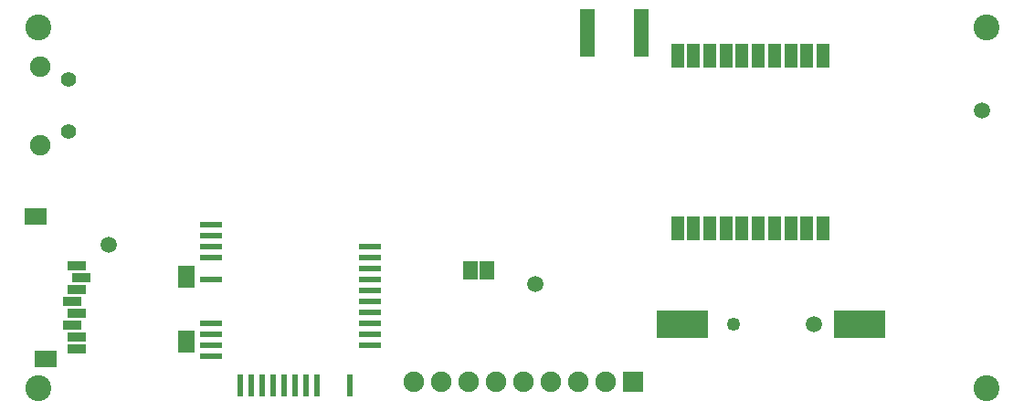
<source format=gbr>
G04 #@! TF.FileFunction,Soldermask,Bot*
%FSLAX46Y46*%
G04 Gerber Fmt 4.6, Leading zero omitted, Abs format (unit mm)*
G04 Created by KiCad (PCBNEW 4.0.7) date Wednesday, June 27, 2018 'PMt' 02:01:51 PM*
%MOMM*%
%LPD*%
G01*
G04 APERTURE LIST*
%ADD10C,0.100000*%
%ADD11R,0.600000X2.100000*%
%ADD12R,2.100000X0.600000*%
%ADD13C,2.403200*%
%ADD14R,1.203960X2.202180*%
%ADD15R,1.701800X0.901700*%
%ADD16R,1.602740X2.001520*%
%ADD17R,2.103120X1.602740*%
%ADD18R,1.903200X1.903200*%
%ADD19O,1.903200X1.903200*%
%ADD20R,1.473200X4.403200*%
%ADD21R,4.703200X2.503200*%
%ADD22C,1.253200*%
%ADD23C,1.503200*%
%ADD24C,1.403200*%
%ADD25C,1.903200*%
%ADD26R,1.371600X1.803400*%
%ADD27C,1.500000*%
G04 APERTURE END LIST*
D10*
D11*
X-22020530Y-17729200D03*
X-23036530Y-17729200D03*
X-24052531Y-17729200D03*
X-25068531Y-17729200D03*
X-26084530Y-17729200D03*
X-27100530Y-17729200D03*
X-28116530Y-17729200D03*
X-29132530Y-17729200D03*
X-18972530Y-17729200D03*
D12*
X-31802930Y-12009750D03*
X-31802930Y-13025750D03*
X-31802930Y-14041750D03*
X-31802930Y-15057750D03*
X-31802930Y-7945750D03*
X-31802930Y-5913747D03*
X-31802930Y-4897750D03*
X-31802930Y-3881750D03*
X-31802930Y-2865750D03*
X-17072660Y-14049970D03*
X-17072660Y-13033970D03*
X-17072660Y-12017970D03*
X-17072660Y-11001970D03*
X-17072660Y-9985970D03*
X-17072660Y-8969970D03*
X-17072660Y-7953970D03*
X-17072660Y-6937966D03*
X-17072660Y-5921966D03*
X-17072660Y-4905970D03*
D13*
X40107200Y-18026600D03*
D14*
X24925020Y-3175000D03*
X23426420Y-3175000D03*
X21925280Y-3175000D03*
X20426680Y-3175000D03*
X18925540Y-3175000D03*
X17426940Y-3175000D03*
X15925800Y-3175000D03*
X14427200Y-3175000D03*
X12926060Y-3175000D03*
X11427460Y-3175000D03*
X11427460Y12827000D03*
X12926060Y12827000D03*
X14427200Y12827000D03*
X15925800Y12827000D03*
X17426940Y12827000D03*
X18925540Y12827000D03*
X20426680Y12827000D03*
X21925280Y12827000D03*
X23426420Y12827000D03*
X24925020Y12827000D03*
D15*
X-44246800Y-6690360D03*
X-43848020Y-7790180D03*
X-44246800Y-8890000D03*
X-44648120Y-9989820D03*
X-44246800Y-11089640D03*
X-44648120Y-12192000D03*
X-44246800Y-13291820D03*
X-44246800Y-14391640D03*
D16*
X-34048700Y-13690600D03*
X-34048700Y-7691120D03*
D17*
X-47147480Y-15290800D03*
X-48049180Y-2090420D03*
D18*
X7315200Y-17424400D03*
D19*
X4775200Y-17424400D03*
X2235200Y-17424400D03*
X-304800Y-17424400D03*
X-2844800Y-17424400D03*
X-5384800Y-17424400D03*
X-7924800Y-17424400D03*
X-10464800Y-17424400D03*
X-13004800Y-17424400D03*
D20*
X3037200Y14884400D03*
X8037200Y14884400D03*
D13*
X-47839740Y-18027140D03*
X40107820Y15420720D03*
X-47839440Y15420880D03*
D21*
X28316800Y-12090400D03*
X11916800Y-12090400D03*
D22*
X16616800Y-12090400D03*
D23*
X24066800Y-12090400D03*
D24*
X-44999800Y10590600D03*
X-44999800Y5740600D03*
D25*
X-47649800Y11790600D03*
X-47649800Y4540600D03*
D26*
X-7747000Y-7112000D03*
X-6223000Y-7112000D03*
D27*
X39618920Y7741920D03*
X-1783080Y-8387080D03*
X-41295320Y-4719320D03*
M02*

</source>
